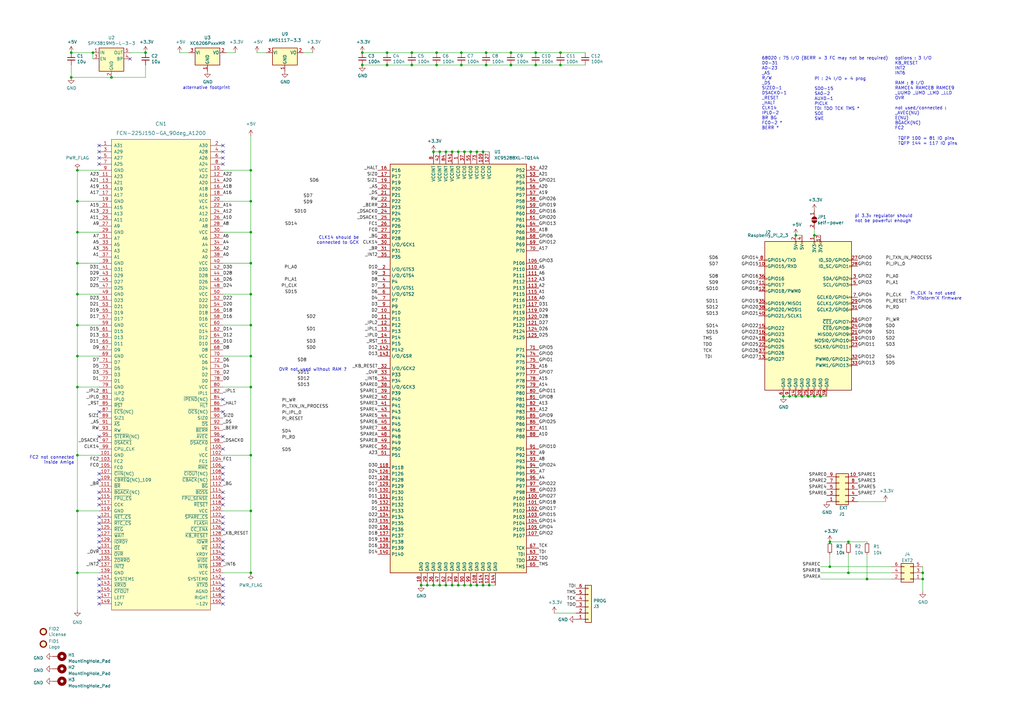
<source format=kicad_sch>
(kicad_sch (version 20230121) (generator eeschema)
  (paper "A3")
  (title_block (title "PiStorm'X1K2") (date "2021-07-27") (rev "0.1") (company "FLACO") (comment 1 "Pistorm adapter board with Xilinx CPLD") (comment 2 "Amiga 1200 version"))
  (junction (at 198.12 62.23))
  (junction (at 199.39 21.59))
  (junction (at 177.8 240.03))
  (junction (at 229.87 26.67))
  (junction (at 347.98 222.25))
  (junction (at 187.96 240.03))
  (junction (at 209.55 26.67))
  (junction (at 31.75 82.55))
  (junction (at 323.85 162.56))
  (junction (at 102.87 158.75))
  (junction (at 158.75 26.67))
  (junction (at 102.87 82.55))
  (junction (at 175.26 240.03))
  (junction (at 185.42 62.23))
  (junction (at 102.87 107.95))
  (junction (at 190.5 240.03))
  (junction (at 179.07 26.67))
  (junction (at 182.88 240.03))
  (junction (at 195.58 240.03))
  (junction (at 378.46 237.49))
  (junction (at 193.04 240.03))
  (junction (at 148.59 26.67))
  (junction (at 179.07 21.59))
  (junction (at 102.87 120.65))
  (junction (at 59.69 21.59))
  (junction (at 347.98 234.95))
  (junction (at 219.71 21.59))
  (junction (at 31.75 120.65))
  (junction (at 209.55 21.59))
  (junction (at 340.36 222.25))
  (junction (at 180.34 62.23))
  (junction (at 199.39 26.67))
  (junction (at 321.31 162.56))
  (junction (at 31.75 95.25))
  (junction (at 328.93 162.56))
  (junction (at 331.47 162.56))
  (junction (at 340.36 232.41))
  (junction (at 38.1 21.59))
  (junction (at 31.75 146.05))
  (junction (at 336.55 162.56))
  (junction (at 355.6 237.49))
  (junction (at 334.01 96.52))
  (junction (at 200.66 240.03))
  (junction (at 31.75 133.35))
  (junction (at 45.72 31.75))
  (junction (at 229.87 21.59))
  (junction (at 219.71 26.67))
  (junction (at 187.96 62.23))
  (junction (at 102.87 95.25))
  (junction (at 334.01 162.56))
  (junction (at 177.8 62.23))
  (junction (at 180.34 240.03))
  (junction (at 29.21 21.59))
  (junction (at 102.87 186.69))
  (junction (at 31.75 186.69))
  (junction (at 31.75 69.85))
  (junction (at 195.58 62.23))
  (junction (at 182.88 62.23))
  (junction (at 31.75 209.55))
  (junction (at 31.75 107.95))
  (junction (at 102.87 69.85))
  (junction (at 168.91 26.67))
  (junction (at 31.75 158.75))
  (junction (at 31.75 234.95))
  (junction (at 326.39 96.52))
  (junction (at 102.87 146.05))
  (junction (at 189.23 21.59))
  (junction (at 189.23 26.67))
  (junction (at 102.87 209.55))
  (junction (at 29.21 31.75))
  (junction (at 148.59 21.59))
  (junction (at 185.42 240.03))
  (junction (at 102.87 133.35))
  (junction (at 198.12 240.03))
  (junction (at 158.75 21.59))
  (junction (at 102.87 234.95))
  (junction (at 172.72 240.03))
  (junction (at 193.04 62.23))
  (junction (at 168.91 21.59))
  (junction (at 326.39 162.56))
  (junction (at 378.46 234.95))
  (junction (at 190.5 62.23))
  (no_connect (at 91.44 204.47))
  (no_connect (at 91.44 201.93))
  (no_connect (at 91.44 245.11))
  (no_connect (at 91.44 242.57))
  (no_connect (at 91.44 194.31))
  (no_connect (at 40.64 242.57))
  (no_connect (at 91.44 229.87))
  (no_connect (at 40.64 214.63))
  (no_connect (at 91.44 224.79))
  (no_connect (at 91.44 207.01))
  (no_connect (at 40.64 245.11))
  (no_connect (at 40.64 67.31))
  (no_connect (at 40.64 64.77))
  (no_connect (at 40.64 62.23))
  (no_connect (at 40.64 59.69))
  (no_connect (at 91.44 59.69))
  (no_connect (at 91.44 62.23))
  (no_connect (at 91.44 64.77))
  (no_connect (at 91.44 240.03))
  (no_connect (at 40.64 201.93))
  (no_connect (at 40.64 217.17))
  (no_connect (at 91.44 217.17))
  (no_connect (at 40.64 224.79))
  (no_connect (at 91.44 168.91))
  (no_connect (at 91.44 67.31))
  (no_connect (at 91.44 212.09))
  (no_connect (at 91.44 179.07))
  (no_connect (at 40.64 240.03))
  (no_connect (at 91.44 214.63))
  (no_connect (at 91.44 247.65))
  (no_connect (at 40.64 219.71))
  (no_connect (at 40.64 222.25))
  (no_connect (at 91.44 184.15))
  (no_connect (at 91.44 237.49))
  (no_connect (at 40.64 207.01))
  (no_connect (at 91.44 163.83))
  (no_connect (at 40.64 179.07))
  (no_connect (at 40.64 204.47))
  (no_connect (at 40.64 229.87))
  (no_connect (at 40.64 212.09))
  (no_connect (at 91.44 222.25))
  (no_connect (at 40.64 247.65))
  (no_connect (at 91.44 191.77))
  (no_connect (at 91.44 227.33))
  (no_connect (at 40.64 196.85))
  (no_connect (at 53.34 24.13))
  (no_connect (at 40.64 168.91))
  (no_connect (at 91.44 196.85))
  (no_connect (at 40.64 237.49))
  (no_connect (at 40.64 194.31))
  (wire (pts (xy 59.69 26.67) (xy 59.69 31.75)))
  (wire (pts (xy 227.33 251.46) (xy 236.22 251.46)))
  (wire (pts (xy 102.87 120.65) (xy 102.87 107.95)))
  (wire (pts (xy 240.03 21.59) (xy 229.87 21.59)))
  (wire (pts (xy 102.87 69.85) (xy 102.87 55.88)))
  (wire (pts (xy 219.71 21.59) (xy 209.55 21.59)))
  (wire (pts (xy 31.75 234.95) (xy 40.64 234.95)))
  (wire (pts (xy 38.1 24.13) (xy 38.1 21.59)))
  (wire (pts (xy 158.75 21.59) (xy 148.59 21.59)))
  (wire (pts (xy 31.75 186.69) (xy 40.64 186.69)))
  (wire (pts (xy 200.66 240.03) (xy 203.2 240.03)))
  (wire (pts (xy 31.75 82.55) (xy 31.75 95.25)))
  (wire (pts (xy 31.75 95.25) (xy 40.64 95.25)))
  (wire (pts (xy 347.98 234.95) (xy 347.98 227.33)))
  (wire (pts (xy 334.01 162.56) (xy 331.47 162.56)))
  (wire (pts (xy 185.42 240.03) (xy 182.88 240.03)))
  (wire (pts (xy 102.87 234.95) (xy 102.87 209.55)))
  (wire (pts (xy 229.87 26.67) (xy 219.71 26.67)))
  (wire (pts (xy 336.55 162.56) (xy 334.01 162.56)))
  (wire (pts (xy 199.39 21.59) (xy 189.23 21.59)))
  (wire (pts (xy 29.21 31.75) (xy 29.21 26.67)))
  (wire (pts (xy 91.44 209.55) (xy 102.87 209.55)))
  (wire (pts (xy 340.36 222.25) (xy 347.98 222.25)))
  (wire (pts (xy 378.46 234.95) (xy 378.46 237.49)))
  (wire (pts (xy 31.75 82.55) (xy 40.64 82.55)))
  (wire (pts (xy 340.36 227.33) (xy 340.36 232.41)))
  (wire (pts (xy 336.55 232.41) (xy 340.36 232.41)))
  (wire (pts (xy 31.75 120.65) (xy 31.75 133.35)))
  (wire (pts (xy 31.75 158.75) (xy 40.64 158.75)))
  (wire (pts (xy 91.44 69.85) (xy 102.87 69.85)))
  (wire (pts (xy 38.1 21.59) (xy 29.21 21.59)))
  (wire (pts (xy 240.03 26.67) (xy 229.87 26.67)))
  (wire (pts (xy 102.87 95.25) (xy 102.87 82.55)))
  (wire (pts (xy 180.34 240.03) (xy 177.8 240.03)))
  (wire (pts (xy 31.75 186.69) (xy 31.75 209.55)))
  (wire (pts (xy 31.75 146.05) (xy 31.75 158.75)))
  (wire (pts (xy 91.44 82.55) (xy 102.87 82.55)))
  (wire (pts (xy 193.04 62.23) (xy 195.58 62.23)))
  (wire (pts (xy 91.44 234.95) (xy 102.87 234.95)))
  (wire (pts (xy 190.5 240.03) (xy 187.96 240.03)))
  (wire (pts (xy 91.44 95.25) (xy 102.87 95.25)))
  (wire (pts (xy 339.09 162.56) (xy 336.55 162.56)))
  (wire (pts (xy 31.75 209.55) (xy 31.75 234.95)))
  (wire (pts (xy 365.76 234.95) (xy 347.98 234.95)))
  (wire (pts (xy 59.69 31.75) (xy 45.72 31.75)))
  (wire (pts (xy 351.79 205.74) (xy 363.22 205.74)))
  (wire (pts (xy 182.88 62.23) (xy 180.34 62.23)))
  (wire (pts (xy 326.39 162.56) (xy 323.85 162.56)))
  (wire (pts (xy 195.58 62.23) (xy 198.12 62.23)))
  (wire (pts (xy 378.46 232.41) (xy 378.46 234.95)))
  (wire (pts (xy 53.34 21.59) (xy 59.69 21.59)))
  (wire (pts (xy 198.12 62.23) (xy 200.66 62.23)))
  (wire (pts (xy 378.46 237.49) (xy 378.46 242.57)))
  (wire (pts (xy 336.55 96.52) (xy 334.01 96.52)))
  (wire (pts (xy 187.96 62.23) (xy 185.42 62.23)))
  (wire (pts (xy 102.87 133.35) (xy 102.87 120.65)))
  (wire (pts (xy 219.71 26.67) (xy 209.55 26.67)))
  (wire (pts (xy 91.44 146.05) (xy 102.87 146.05)))
  (wire (pts (xy 229.87 21.59) (xy 219.71 21.59)))
  (wire (pts (xy 91.44 133.35) (xy 102.87 133.35)))
  (wire (pts (xy 179.07 26.67) (xy 168.91 26.67)))
  (wire (pts (xy 31.75 209.55) (xy 40.64 209.55)))
  (wire (pts (xy 209.55 26.67) (xy 199.39 26.67)))
  (wire (pts (xy 31.75 107.95) (xy 40.64 107.95)))
  (wire (pts (xy 91.44 120.65) (xy 102.87 120.65)))
  (wire (pts (xy 190.5 240.03) (xy 193.04 240.03)))
  (wire (pts (xy 40.64 69.85) (xy 31.75 69.85)))
  (wire (pts (xy 31.75 133.35) (xy 40.64 133.35)))
  (wire (pts (xy 31.75 69.85) (xy 31.75 82.55)))
  (wire (pts (xy 102.87 209.55) (xy 102.87 186.69)))
  (wire (pts (xy 91.44 186.69) (xy 102.87 186.69)))
  (wire (pts (xy 193.04 62.23) (xy 190.5 62.23)))
  (wire (pts (xy 189.23 26.67) (xy 179.07 26.67)))
  (wire (pts (xy 340.36 232.41) (xy 365.76 232.41)))
  (wire (pts (xy 102.87 82.55) (xy 102.87 69.85)))
  (wire (pts (xy 168.91 26.67) (xy 158.75 26.67)))
  (wire (pts (xy 45.72 31.75) (xy 29.21 31.75)))
  (wire (pts (xy 31.75 107.95) (xy 31.75 120.65)))
  (wire (pts (xy 199.39 26.67) (xy 189.23 26.67)))
  (wire (pts (xy 180.34 62.23) (xy 177.8 62.23)))
  (wire (pts (xy 336.55 237.49) (xy 355.6 237.49)))
  (wire (pts (xy 102.87 186.69) (xy 102.87 158.75)))
  (wire (pts (xy 92.71 21.59) (xy 96.52 21.59)))
  (wire (pts (xy 124.46 21.59) (xy 128.27 21.59)))
  (wire (pts (xy 31.75 234.95) (xy 31.75 250.19)))
  (wire (pts (xy 331.47 162.56) (xy 328.93 162.56)))
  (wire (pts (xy 187.96 240.03) (xy 185.42 240.03)))
  (wire (pts (xy 182.88 240.03) (xy 180.34 240.03)))
  (wire (pts (xy 91.44 107.95) (xy 102.87 107.95)))
  (wire (pts (xy 185.42 62.23) (xy 182.88 62.23)))
  (wire (pts (xy 102.87 107.95) (xy 102.87 95.25)))
  (wire (pts (xy 91.44 158.75) (xy 102.87 158.75)))
  (wire (pts (xy 102.87 146.05) (xy 102.87 133.35)))
  (wire (pts (xy 102.87 158.75) (xy 102.87 146.05)))
  (wire (pts (xy 177.8 240.03) (xy 175.26 240.03)))
  (wire (pts (xy 31.75 146.05) (xy 40.64 146.05)))
  (wire (pts (xy 347.98 222.25) (xy 355.6 222.25)))
  (wire (pts (xy 189.23 21.59) (xy 179.07 21.59)))
  (wire (pts (xy 334.01 96.52) (xy 334.01 93.98)))
  (wire (pts (xy 179.07 21.59) (xy 168.91 21.59)))
  (wire (pts (xy 198.12 240.03) (xy 200.66 240.03)))
  (wire (pts (xy 323.85 162.56) (xy 321.31 162.56)))
  (wire (pts (xy 73.66 21.59) (xy 77.47 21.59)))
  (wire (pts (xy 190.5 62.23) (xy 187.96 62.23)))
  (wire (pts (xy 31.75 133.35) (xy 31.75 146.05)))
  (wire (pts (xy 328.93 96.52) (xy 326.39 96.52)))
  (wire (pts (xy 158.75 26.67) (xy 148.59 26.67)))
  (wire (pts (xy 31.75 158.75) (xy 31.75 186.69)))
  (wire (pts (xy 209.55 21.59) (xy 199.39 21.59)))
  (wire (pts (xy 105.41 21.59) (xy 109.22 21.59)))
  (wire (pts (xy 31.75 95.25) (xy 31.75 107.95)))
  (wire (pts (xy 195.58 240.03) (xy 198.12 240.03)))
  (wire (pts (xy 168.91 21.59) (xy 158.75 21.59)))
  (wire (pts (xy 355.6 237.49) (xy 355.6 227.33)))
  (wire (pts (xy 193.04 240.03) (xy 195.58 240.03)))
  (wire (pts (xy 31.75 120.65) (xy 40.64 120.65)))
  (wire (pts (xy 336.55 234.95) (xy 347.98 234.95)))
  (wire (pts (xy 365.76 237.49) (xy 355.6 237.49)))
  (wire (pts (xy 175.26 240.03) (xy 172.72 240.03)))
  (wire (pts (xy 328.93 162.56) (xy 326.39 162.56)))
  (text "CLK14 should be\nconnected to GCK" (at 147.32 100.33 0) (effects (font (size 1.27 1.27)) (justify right bottom)))
  (text "Pi : 24 I/O + 4 prog\n\nSD0-15\nSA0-2\nAUX0-1\nPICLK\nTDI TDO TCK TMS *\nSOE\nSWE" (at 334.01 49.53 0) (effects (font (size 1.27 1.27)) (justify left bottom)))
  (text "OVR not used without RAM ?" (at 142.24 152.4 0) (effects (font (size 1.27 1.27)) (justify right bottom)))
  (text "FC2 not connected\ninside Amiga" (at 30.48 190.5 0) (effects (font (size 1.27 1.27)) (justify right bottom)))
  (text "alternative footprint" (at 74.93 36.83 0) (effects (font (size 1.27 1.27)) (justify left bottom)))
  (text "pi 3.3v regulator should\nnot be powerful enough" (at 350.52 91.44 0) (effects (font (size 1.27 1.27)) (justify left bottom)))
  (text "TQFP 100 = 81 IO pins\nTQFP 144 = 117 IO pins" (at 368.3 59.69 0) (effects (font (size 1.27 1.27)) (justify left bottom)))
  (text "68020 : 75 I/O (BERR + 3 FC may not be required)\nD0-31\nA0-23\n_AS\nR/W\n_DS\nSIZE0-1\nDSACK0-1\n_RESET\n_HALT\nCLK14\nIPL0-2\nBR BG\nFC0-2 *\nBERR *\n" (at 312.42 53.34 0) (effects (font (size 1.27 1.27)) (justify left bottom)))
  (text "options : 3 I/O\nKB_RESET\nINT2\nINT6\n\nRAM : 8 I/O\nRAMCE4 RAMCE8 RAMCE9\n_UUMD _UMD _LMD _LLD\nOVR\n\nnot used/connected :\n_AVEC(NU)\nE(NU)\nBGACK(NC)\nFC2" (at 367.03 53.34 0) (effects (font (size 1.27 1.27)) (justify left bottom)))
  (text "PI_CLK is not used\nin Pistorm'X firmware" (at 373.38 123.19 0) (effects (font (size 1.27 1.27)) (justify left bottom)))
  (label "GPIO1" (at 351.79 109.22 0))
  (label "GPIO3" (at 220.98 107.95 0))
  (label "D16" (at 154.94 224.79 180))
  (label "D22" (at 91.44 123.19 0))
  (label "PI_RESET" (at 115.57 172.72 0))
  (label "D15" (at 154.94 201.93 180))
  (label "D25" (at 40.64 118.11 180))
  (label "SIZ1" (at 154.94 74.93 180))
  (label "GPIO0" (at 220.98 146.05 0))
  (label "_INT6" (at 91.44 232.41 0))
  (label "A18" (at 220.98 95.25 0))
  (label "RW" (at 154.94 82.55 180))
  (label "_BG" (at 154.94 97.79 180))
  (label "PI_CLK" (at 363.22 121.92 0))
  (label "_OVR" (at 154.94 153.67 180))
  (label "SD7" (at 128.27 81.28 180))
  (label "GPIO2" (at 220.98 219.71 0))
  (label "GPIO21" (at 220.98 74.93 0))
  (label "SIZ0" (at 154.94 72.39 180))
  (label "D11" (at 40.64 140.97 180))
  (label "GPIO1" (at 220.98 148.59 0))
  (label "_IPL0" (at 40.64 163.83 180))
  (label "D7" (at 154.94 118.11 180))
  (label "GPIO11" (at 220.98 161.29 0))
  (label "GPIO26" (at 311.15 144.78 180))
  (label "GPIO16" (at 311.15 114.3 180))
  (label "D12" (at 154.94 143.51 180))
  (label "SPARE4" (at 339.09 200.66 180))
  (label "D24" (at 91.44 118.11 0))
  (label "SPARE3" (at 154.94 166.37 180))
  (label "GPIO14" (at 311.15 106.68 180))
  (label "_HALT" (at 91.44 166.37 0))
  (label "_OVR" (at 40.64 227.33 180))
  (label "GPIO9" (at 220.98 171.45 0))
  (label "GPIO15" (at 220.98 212.09 0))
  (label "SPAREC" (at 336.55 232.41 180))
  (label "A13" (at 220.98 166.37 0))
  (label "D20" (at 154.94 217.17 180))
  (label "A18" (at 91.44 77.47 0))
  (label "GPIO24" (at 220.98 191.77 0))
  (label "_RST" (at 154.94 140.97 180))
  (label "SD4" (at 363.22 147.32 0))
  (label "PI_A1" (at 363.22 116.84 0))
  (label "RW" (at 40.64 176.53 180))
  (label "A2" (at 91.44 102.87 0))
  (label "A11" (at 40.64 90.17 180))
  (label "GPIO25" (at 220.98 173.99 0))
  (label "A5" (at 40.64 100.33 180))
  (label "GPIO12" (at 220.98 100.33 0))
  (label "D8" (at 154.94 115.57 180))
  (label "A20" (at 220.98 77.47 0))
  (label "SD13" (at 294.64 129.54 180))
  (label "A16" (at 91.44 80.01 0))
  (label "SIZ1" (at 40.64 171.45 180))
  (label "SD6" (at 294.64 106.68 180))
  (label "A9" (at 220.98 186.69 0))
  (label "CLK14" (at 40.64 184.15 180))
  (label "A20" (at 91.44 74.93 0))
  (label "GPIO7" (at 351.79 132.08 0))
  (label "A6" (at 220.98 113.03 0))
  (label "PI_TXN_IN_PROCESS" (at 363.22 106.68 0))
  (label "PI_RD" (at 115.57 180.34 0))
  (label "SD9" (at 294.64 116.84 180))
  (label "PI_A0" (at 363.22 114.3 0))
  (label "A10" (at 91.44 90.17 0))
  (label "_INT2" (at 154.94 105.41 180))
  (label "GPIO14" (at 220.98 214.63 0))
  (label "D10" (at 91.44 140.97 0))
  (label "D23" (at 40.64 123.19 180))
  (label "TDO" (at 292.1 142.24 180))
  (label "D19" (at 40.64 128.27 180))
  (label "_IPL1" (at 91.44 161.29 0))
  (label "GPIO12" (at 351.79 147.32 0))
  (label "D13" (at 154.94 146.05 180))
  (label "SD0" (at 363.22 134.62 0))
  (label "D3" (at 154.94 125.73 180))
  (label "A3" (at 220.98 115.57 0))
  (label "GPIO23" (at 311.15 137.16 180))
  (label "CLK14" (at 154.94 100.33 180))
  (label "A2" (at 220.98 118.11 0))
  (label "SPARE5" (at 351.79 200.66 0))
  (label "D5" (at 154.94 207.01 180))
  (label "A6" (at 91.44 97.79 0))
  (label "SD9" (at 128.27 83.82 180))
  (label "A1" (at 40.64 105.41 180))
  (label "A7" (at 40.64 97.79 180))
  (label "D16" (at 91.44 130.81 0))
  (label "GPIO18" (at 311.15 119.38 180))
  (label "TCK" (at 236.22 246.38 180))
  (label "GPIO16" (at 220.98 87.63 0))
  (label "GPIO17" (at 311.15 116.84 180))
  (label "GPIO26" (at 220.98 82.55 0))
  (label "SPARE1" (at 351.79 195.58 0))
  (label "GPIO18" (at 220.98 207.01 0))
  (label "FC2" (at 40.64 189.23 180))
  (label "SPAREB" (at 336.55 234.95 180))
  (label "D26" (at 91.44 115.57 0))
  (label "FC1" (at 91.44 189.23 0))
  (label "A17" (at 40.64 80.01 180))
  (label "A9" (at 40.64 92.71 180))
  (label "SPARE6" (at 154.94 173.99 180))
  (label "D29" (at 220.98 128.27 0))
  (label "D0" (at 91.44 156.21 0))
  (label "D6" (at 91.44 148.59 0))
  (label "D20" (at 91.44 125.73 0))
  (label "SPARE2" (at 154.94 163.83 180))
  (label "GPIO23" (at 220.98 201.93 0))
  (label "_DSACK1" (at 154.94 90.17 180))
  (label "SD15" (at 294.64 137.16 180))
  (label "D10" (at 154.94 110.49 180))
  (label "TMS" (at 292.1 139.7 180))
  (label "_INT6" (at 154.94 156.21 180))
  (label "D15" (at 40.64 135.89 180))
  (label "TDI" (at 220.98 227.33 0))
  (label "D28" (at 220.98 130.81 0))
  (label "D4" (at 154.94 123.19 180))
  (label "D21" (at 154.94 196.85 180))
  (label "GPIO6" (at 351.79 127 0))
  (label "_DSACK0" (at 91.44 181.61 0))
  (label "D2" (at 154.94 128.27 180))
  (label "_AS" (at 40.64 173.99 180))
  (label "PI_IPL_0" (at 115.57 170.18 0))
  (label "SD3" (at 363.22 142.24 0))
  (label "PI_RD" (at 363.22 127 0))
  (label "SPAREA" (at 336.55 237.49 180))
  (label "D4" (at 91.44 151.13 0))
  (label "A4" (at 220.98 196.85 0))
  (label "SIZ0" (at 91.44 171.45 0))
  (label "A10" (at 220.98 179.07 0))
  (label "D14" (at 154.94 227.33 180))
  (label "D25" (at 220.98 138.43 0))
  (label "_RST" (at 40.64 166.37 180))
  (label "PI_IPL_0" (at 363.22 109.22 0))
  (label "A16" (at 220.98 151.13 0))
  (label "A3" (at 40.64 102.87 180))
  (label "PI_CLK" (at 121.92 118.11 180))
  (label "SPARE0" (at 339.09 195.58 180))
  (label "PI_A0" (at 121.92 110.49 180))
  (label "D31" (at 40.64 110.49 180))
  (label "A22" (at 220.98 69.85 0))
  (label "GPIO6" (at 220.98 97.79 0))
  (label "SD2" (at 363.22 139.7 0))
  (label "D30" (at 91.44 110.49 0))
  (label "SPARE5" (at 154.94 171.45 180))
  (label "TDO" (at 220.98 229.87 0))
  (label "D21" (at 40.64 125.73 180))
  (label "SD11" (at 294.64 124.46 180))
  (label "GPIO17" (at 220.98 209.55 0))
  (label "_BG" (at 91.44 199.39 0))
  (label "_DSACK1" (at 40.64 181.61 180))
  (label "A19" (at 220.98 80.01 0))
  (label "SPARE0" (at 154.94 158.75 180))
  (label "SD8" (at 294.64 114.3 180))
  (label "D17" (at 40.64 130.81 180))
  (label "_BERR" (at 91.44 176.53 0))
  (label "SPARE1" (at 154.94 161.29 180))
  (label "SD14" (at 121.92 92.71 180))
  (label "GPIO27" (at 220.98 204.47 0))
  (label "D1" (at 40.64 156.21 180))
  (label "SPARE7" (at 351.79 203.2 0))
  (label "SPARE6" (at 339.09 203.2 180))
  (label "SD14" (at 294.64 134.62 180))
  (label "D17" (at 154.94 199.39 180))
  (label "SPAREC" (at 154.94 184.15 180))
  (label "SD5" (at 363.22 149.86 0))
  (label "GPIO3" (at 351.79 116.84 0))
  (label "PI_A1" (at 121.92 115.57 180))
  (label "GPIO10" (at 351.79 139.7 0))
  (label "TDI" (at 236.22 241.3 180))
  (label "A12" (at 220.98 168.91 0))
  (label "GPIO13" (at 220.98 92.71 0))
  (label "SPARE3" (at 351.79 198.12 0))
  (label "A15" (at 220.98 156.21 0))
  (label "PI_WR" (at 115.57 165.1 0))
  (label "D2" (at 91.44 153.67 0))
  (label "A23" (at 40.64 72.39 180))
  (label "PI_TXN_IN_PROCESS" (at 115.57 167.64 0))
  (label "TDI" (at 292.1 147.32 180))
  (label "SD10" (at 294.64 119.38 180))
  (label "D13" (at 40.64 138.43 180))
  (label "D9" (at 154.94 113.03 180))
  (label "A15" (at 40.64 85.09 180))
  (label "A11" (at 220.98 176.53 0))
  (label "_KB_RESET" (at 154.94 151.13 180))
  (label "GPIO4" (at 220.98 217.17 0))
  (label "D18" (at 154.94 219.71 180))
  (label "A1" (at 220.98 120.65 0))
  (label "GPIO2" (at 351.79 114.3 0))
  (label "A14" (at 220.98 158.75 0))
  (label "GPIO19" (at 311.15 124.46 180))
  (label "GPIO10" (at 220.98 184.15 0))
  (label "A17" (at 220.98 102.87 0))
  (label "GPIO7" (at 220.98 153.67 0))
  (label "TCK" (at 292.1 144.78 180))
  (label "SD2" (at 129.54 130.81 180))
  (label "SD13" (at 121.92 158.75 0))
  (label "SD1" (at 129.54 135.89 180))
  (label "_INT2" (at 40.64 232.41 180))
  (label "_IPL1" (at 154.94 135.89 180))
  (label "A0" (at 91.44 105.41 0))
  (label "A21" (at 220.98 72.39 0))
  (label "SD4" (at 115.57 177.8 0))
  (label "SD10" (at 125.73 87.63 180))
  (label "D5" (at 40.64 151.13 180))
  (label "_KB_RESET" (at 91.44 219.71 0))
  (label "_DS" (at 154.94 80.01 180))
  (label "GPIO15" (at 311.15 109.22 180))
  (label "FC0" (at 154.94 95.25 180))
  (label "GPIO24" (at 311.15 139.7 180))
  (label "_IPL2" (at 154.94 133.35 180))
  (label "_DS" (at 91.44 173.99 0))
  (label "FC1" (at 154.94 92.71 180))
  (label "GPIO25" (at 311.15 142.24 180))
  (label "GPIO20" (at 220.98 90.17 0))
  (label "D19" (at 154.94 222.25 180))
  (label "SPAREA" (at 154.94 179.07 180))
  (label "PI_WR" (at 363.22 132.08 0))
  (label "_IPL2" (at 40.64 161.29 180))
  (label "GPIO4" (at 351.79 121.92 0))
  (label "GPIO13" (at 351.79 149.86 0))
  (label "SD7" (at 294.64 109.22 180))
  (label "A8" (at 91.44 92.71 0))
  (label "SD15" (at 121.92 120.65 180))
  (label "_HALT" (at 154.94 69.85 180))
  (label "A4" (at 91.44 100.33 0))
  (label "D22" (at 154.94 212.09 180))
  (label "GPIO19" (at 220.98 85.09 0))
  (label "SPARE7" (at 154.94 176.53 180))
  (label "D27" (at 40.64 115.57 180))
  (label "GPIO5" (at 351.79 124.46 0))
  (label "D31" (at 220.98 125.73 0))
  (label "FC0" (at 40.64 191.77 180))
  (label "GPIO11" (at 351.79 142.24 0))
  (label "D8" (at 91.44 143.51 0))
  (label "_BR" (at 40.64 199.39 180))
  (label "A5" (at 220.98 110.49 0))
  (label "SPAREB" (at 154.94 181.61 180))
  (label "GPIO8" (at 351.79 134.62 0))
  (label "A8" (at 220.98 189.23 0))
  (label "TCK" (at 220.98 224.79 0))
  (label "SD6" (at 130.81 74.93 180))
  (label "D1" (at 154.94 209.55 180))
  (label "_BERR" (at 154.94 85.09 180))
  (label "D27" (at 220.98 133.35 0))
  (label "GPIO0" (at 351.79 106.68 0))
  (label "D9" (at 40.64 143.51 180))
  (label "A14" (at 91.44 85.09 0))
  (label "D3" (at 40.64 153.67 180))
  (label "D18" (at 91.44 128.27 0))
  (label "A12" (at 91.44 87.63 0))
  (label "GPIO20" (at 311.15 127 180))
  (label "D23" (at 154.94 214.63 180))
  (label "D29" (at 40.64 113.03 180))
  (label "D7" (at 40.64 148.59 180))
  (label "SPARE4" (at 154.94 168.91 180))
  (label "A23" (at 154.94 186.69 180))
  (label "SD12" (at 121.92 156.21 0))
  (label "D0" (at 154.94 130.81 180))
  (label "GPIO5" (at 220.98 143.51 0))
  (label "A0" (at 220.98 123.19 0))
  (label "PI_RESET" (at 363.22 124.46 0))
  (label "A19" (at 40.64 77.47 180))
  (label "SD5" (at 115.57 185.42 0))
  (label "_BR" (at 154.94 102.87 180))
  (label "TMS" (at 236.22 243.84 180))
  (label "TDO" (at 236.22 248.92 180))
  (label "GPIO27" (at 311.15 147.32 180))
  (label "TMS" (at 220.98 232.41 0))
  (label "GPIO22" (at 220.98 199.39 0))
  (label "_IPL0" (at 154.94 138.43 180))
  (label "D12" (at 91.44 138.43 0))
  (label "SD12" (at 294.64 127 180))
  (label "SD8" (at 121.92 148.59 0))
  (label "D11" (at 154.94 204.47 180))
  (label "GPIO22" (at 311.15 134.62 180))
  (label "D30" (at 154.94 191.77 180))
  (label "GPIO9" (at 351.79 137.16 0))
  (label "A22" (at 91.44 72.39 0))
  (label "GPIO21" (at 311.15 129.54 180))
  (label "SD3" (at 129.54 140.97 180))
  (label "_AS" (at 154.94 77.47 180))
  (label "_DSACK0" (at 154.94 87.63 180))
  (label "A7" (at 220.98 194.31 0))
  (label "SD0" (at 129.54 143.51 180))
  (label "SD1" (at 363.22 137.16 0))
  (label "GPIO8" (at 220.98 163.83 0))
  (label "A13" (at 40.64 87.63 180))
  (label "SD11" (at 121.92 153.67 0))
  (label "D14" (at 91.44 135.89 0))
  (label "D26" (at 220.98 135.89 0))
  (label "D6" (at 154.94 120.65 180))
  (label "D24" (at 154.94 194.31 180))
  (label "D28" (at 91.44 113.03 0))
  (label "A21" (at 40.64 74.93 180))
  (label "SPARE2" (at 339.09 198.12 180))
  (symbol (lib_id "Regulator_Linear:SPX3819M5-L-3-3") (at 45.72 24.13 0) (unit 1)
    (property "Reference" "U2" (at 45.72 15.4432 0))
    (property "Value" "SPX3819M5-L-3-3" (at 45.72 17.7546 0))
    (property "Footprint" "Package_TO_SOT_SMD:SOT-23-5" (effects hide))
    (property "Datasheet" "https://www.exar.com/content/document.ashx?id=22106&languageid=1033&type=Datasheet&partnumber=SPX3819&filename=SPX3819.pdf&part=SPX3819" (effects hide))
  )
  (symbol (lib_id "Regulator_Linear:XC6206PxxxMR") (at 85.09 21.59 0) (unit 1)
    (property "Reference" "U3" (at 85.09 15.4432 0))
    (property "Value" "XC6206PxxxMR" (at 85.09 17.7546 0))
    (property "Footprint" "Sassa:SOT-23" (effects hide))
    (property "Datasheet" "https://www.torexsemi.com/file/xc6206/XC6206.pdf" (effects hide))
  )
  (symbol (lib_id "Device:C_Small") (at 29.21 24.13 0) (unit 1)
    (property "Reference" "C1" (at 31.5468 22.9616 0) (effects (justify left)))
    (property "Value" "10u" (at 31.5468 25.273 0) (effects (justify left)))
    (property "Footprint" "Capacitor_SMD:C_0805_2012Metric" (effects hide))
  )
  (symbol (lib_id "Device:C_Small") (at 59.69 24.13 0) (unit 1)
    (property "Reference" "C2" (at 62.0268 22.9616 0) (effects (justify left)))
    (property "Value" "10u" (at 62.0268 25.273 0) (effects (justify left)))
    (property "Footprint" "Capacitor_SMD:C_0805_2012Metric" (effects hide))
  )
  (symbol (lib_id "power:+5V") (at 29.21 21.59 0) (unit 1)
    (property "Reference" "#PWR0101" (effects hide))
    (property "Value" "+5V" (at 29.591 17.1958 0))
  )
  (symbol (lib_id "power:+3.3V") (at 59.69 21.59 0) (unit 1)
    (property "Reference" "#PWR0102" (effects hide))
    (property "Value" "+3.3V" (at 60.071 17.1958 0))
  )
  (symbol (lib_id "power:GND") (at 29.21 31.75 0) (unit 1)
    (property "Reference" "#PWR0103" (effects hide))
    (property "Value" "GND" (at 29.337 36.1442 0))
  )
  (symbol (lib_id "power:+3.3V") (at 96.52 21.59 0) (unit 1)
    (property "Reference" "#PWR0104" (effects hide))
    (property "Value" "+3.3V" (at 96.901 17.1958 0))
  )
  (symbol (lib_id "power:+5V") (at 73.66 21.59 0) (unit 1)
    (property "Reference" "#PWR0105" (effects hide))
    (property "Value" "+5V" (at 74.041 17.1958 0))
  )
  (symbol (lib_id "power:GND") (at 85.09 29.21 0) (unit 1)
    (property "Reference" "#PWR0106" (effects hide))
    (property "Value" "GND" (at 85.217 33.6042 0))
  )
  (symbol (lib_id "power:+3.3V") (at 177.8 62.23 0) (unit 1)
    (property "Reference" "#PWR0107" (effects hide))
    (property "Value" "+3.3V" (at 178.181 57.8358 0))
  )
  (symbol (lib_id "power:GND") (at 172.72 240.03 0) (unit 1)
    (property "Reference" "#PWR0108" (effects hide))
    (property "Value" "GND" (at 172.847 244.4242 0))
  )
  (symbol (lib_id "Connector_Generic:Conn_01x06") (at 241.3 248.92 0) (mirror x) (unit 1)
    (property "Reference" "J3" (at 243.332 248.7168 0) (effects (justify left)))
    (property "Value" "PROG" (at 243.332 246.4054 0) (effects (justify left)))
    (property "Footprint" "Connector_PinHeader_2.54mm:PinHeader_1x06_P2.54mm_Vertical" (effects hide))
  )
  (symbol (lib_id "power:GND") (at 236.22 254 270) (unit 1)
    (property "Reference" "#PWR0112" (effects hide))
    (property "Value" "GND" (at 232.9688 254.127 90) (effects (justify right)))
  )
  (symbol (lib_id "power:+3.3V") (at 227.33 251.46 0) (unit 1)
    (property "Reference" "#PWR0113" (effects hide))
    (property "Value" "+3.3V" (at 227.711 247.0658 0))
  )
  (symbol (lib_id "Connector:Raspberry_Pi_2_3") (at 331.47 129.54 0) (unit 1)
    (property "Reference" "J2" (at 314.96 95.25 0))
    (property "Value" "Raspberry_Pi_2_3" (at 314.96 96.52 0))
    (property "Footprint" "Sassa:PinSocket_2x20_P2.54mm_Vertical_SMD_BottomEntry" (effects hide))
    (property "Datasheet" "https://www.raspberrypi.org/documentation/hardware/raspberrypi/schematics/rpi_SCH_3bplus_1p0_reduced.pdf" (effects hide))
  )
  (symbol (lib_id "power:+5V") (at 326.39 96.52 0) (unit 1)
    (property "Reference" "#PWR0114" (effects hide))
    (property "Value" "+5V" (at 326.771 92.1258 0))
  )
  (symbol (lib_id "power:GND") (at 321.31 162.56 0) (unit 1)
    (property "Reference" "#PWR0115" (effects hide))
    (property "Value" "GND" (at 321.437 166.9542 0))
  )
  (symbol (lib_id "power:+3.3V") (at 334.01 86.36 0) (unit 1)
    (property "Reference" "#PWR0116" (effects hide))
    (property "Value" "+3.3V" (at 334.391 81.9658 0))
  )
  (symbol (lib_id "Jumper:SolderJumper_2_Open") (at 334.01 90.17 270) (unit 1)
    (property "Reference" "JP1" (at 335.2292 89.0016 90) (effects (justify left)))
    (property "Value" "self-power" (at 335.2292 91.313 90) (effects (justify left)))
    (property "Footprint" "Jumper:SolderJumper-2_P1.3mm_Open_RoundedPad1.0x1.5mm" (effects hide))
  )
  (symbol (lib_id "Mechanical:Fiducial") (at 17.78 264.16 0) (unit 1)
    (property "Reference" "FID1" (at 19.939 262.9916 0) (effects (justify left)))
    (property "Value" "Logo" (at 19.939 265.303 0) (effects (justify left)))
    (property "Footprint" "Sassa:PIC_PistormX_43x10mm" (effects hide))
  )
  (symbol (lib_id "Device:C_Small") (at 148.59 24.13 0) (unit 1)
    (property "Reference" "C3" (at 150.9268 22.9616 0) (effects (justify left)))
    (property "Value" "100n" (at 150.9268 25.273 0) (effects (justify left)))
    (property "Footprint" "Capacitor_SMD:C_0603_1608Metric" (effects hide))
  )
  (symbol (lib_id "Device:C_Small") (at 158.75 24.13 0) (unit 1)
    (property "Reference" "C4" (at 161.0868 22.9616 0) (effects (justify left)))
    (property "Value" "100n" (at 161.0868 25.273 0) (effects (justify left)))
    (property "Footprint" "Capacitor_SMD:C_0603_1608Metric" (effects hide))
  )
  (symbol (lib_id "Device:C_Small") (at 168.91 24.13 0) (unit 1)
    (property "Reference" "C5" (at 171.2468 22.9616 0) (effects (justify left)))
    (property "Value" "100n" (at 171.2468 25.273 0) (effects (justify left)))
    (property "Footprint" "Capacitor_SMD:C_0603_1608Metric" (effects hide))
  )
  (symbol (lib_id "Device:C_Small") (at 179.07 24.13 0) (unit 1)
    (property "Reference" "C6" (at 181.4068 22.9616 0) (effects (justify left)))
    (property "Value" "100n" (at 181.4068 25.273 0) (effects (justify left)))
    (property "Footprint" "Capacitor_SMD:C_0603_1608Metric" (effects hide))
  )
  (symbol (lib_id "power:+3.3V") (at 148.59 21.59 0) (unit 1)
    (property "Reference" "#PWR01" (effects hide))
    (property "Value" "+3.3V" (at 148.971 17.1958 0))
  )
  (symbol (lib_id "power:GND") (at 148.59 26.67 0) (unit 1)
    (property "Reference" "#PWR02" (effects hide))
    (property "Value" "GND" (at 148.717 31.0642 0))
  )
  (symbol (lib_id "Device:C_Small") (at 189.23 24.13 0) (unit 1)
    (property "Reference" "C7" (at 191.5668 22.9616 0) (effects (justify left)))
    (property "Value" "100n" (at 191.5668 25.273 0) (effects (justify left)))
    (property "Footprint" "Capacitor_SMD:C_0603_1608Metric" (effects hide))
  )
  (symbol (lib_id "Device:C_Small") (at 199.39 24.13 0) (unit 1)
    (property "Reference" "C8" (at 201.7268 22.9616 0) (effects (justify left)))
    (property "Value" "100n" (at 201.7268 25.273 0) (effects (justify left)))
    (property "Footprint" "Capacitor_SMD:C_0603_1608Metric" (effects hide))
  )
  (symbol (lib_id "power:GND") (at 116.84 29.21 0) (unit 1)
    (property "Reference" "#PWR033" (effects hide))
    (property "Value" "GND" (at 116.967 33.6042 0))
  )
  (symbol (lib_id "Connector_Generic:Conn_02x03_Odd_Even") (at 373.38 234.95 180) (unit 1)
    (property "Reference" "J4" (at 372.11 227.33 0))
    (property "Value" "EXT2" (at 372.11 229.87 0))
    (property "Footprint" "Connector_PinHeader_2.54mm:PinHeader_2x03_P2.54mm_Vertical" (effects hide))
  )
  (symbol (lib_id "power:GND") (at 378.46 242.57 0) (unit 1)
    (property "Reference" "#PWR08" (effects hide))
    (property "Value" "GND" (at 378.587 246.9642 0))
  )
  (symbol (lib_id "Device:C_Small") (at 219.71 24.13 0) (unit 1)
    (property "Reference" "C10" (at 222.0468 22.9616 0) (effects (justify left)))
    (property "Value" "100n" (at 222.0468 25.273 0) (effects (justify left)))
    (property "Footprint" "Capacitor_SMD:C_0603_1608Metric" (effects hide))
  )
  (symbol (lib_id "power:PWR_FLAG") (at 31.75 69.85 0) (unit 1)
    (property "Reference" "#FLG01" (effects hide))
    (property "Value" "PWR_FLAG" (at 31.75 64.77 0))
  )
  (symbol (lib_id "Device:C_Small") (at 229.87 24.13 0) (unit 1)
    (property "Reference" "C11" (at 232.2068 22.9616 0) (effects (justify left)))
    (property "Value" "100n" (at 232.2068 25.273 0) (effects (justify left)))
    (property "Footprint" "Capacitor_SMD:C_0603_1608Metric" (effects hide))
  )
  (symbol (lib_id "Device:R_Small") (at 355.6 224.79 0) (unit 1)
    (property "Reference" "R1" (at 358.14 224.155 0) (effects (justify left)))
    (property "Value" "10k" (at 358.14 226.695 0) (effects (justify left)))
    (property "Footprint" "Resistor_SMD:R_0805_2012Metric" (effects hide))
  )
  (symbol (lib_id "Device:C_Small") (at 240.03 24.13 0) (unit 1)
    (property "Reference" "C12" (at 242.3668 22.9616 0) (effects (justify left)))
    (property "Value" "100n" (at 242.3668 25.273 0) (effects (justify left)))
    (property "Footprint" "Capacitor_SMD:C_0603_1608Metric" (effects hide))
  )
  (symbol (lib_id "Sassa:FCN-225J150-GA_90deg_A1200") (at 66.04 153.67 0) (unit 1)
    (property "Reference" "CN1" (at 66.04 50.8 0) (effects (font (size 1.4986 1.4986))))
    (property "Value" "FCN-225J150-GA_90deg_A1200" (at 66.04 54.61 0) (effects (font (size 1.4986 1.4986))))
    (property "Footprint" "Sassa:FCN-225J150-GA_90deg_A1200" (effects hide))
    (property "Datasheet" "https://www.fujitsu.com/downloads/MICRO/fcai/connectors/fcn224j.pdf" (effects hide))
  )
  (symbol (lib_id "Connector_Generic:Conn_02x05_Odd_Even") (at 344.17 200.66 0) (mirror x) (unit 1)
    (property "Reference" "J1" (at 344.17 210.82 0) (effects (justify left)))
    (property "Value" "EXT" (at 344.17 208.28 0) (effects (justify left)))
    (property "Footprint" "Connector_PinHeader_2.54mm:PinHeader_2x05_P2.54mm_Vertical" (effects hide))
  )
  (symbol (lib_id "power:GND") (at 21.59 279.4 270) (unit 1)
    (property "Reference" "#PWR07" (effects hide))
    (property "Value" "GND" (at 17.78 280.035 90) (effects (justify right)))
  )
  (symbol (lib_id "Mechanical:Fiducial") (at 17.78 259.08 0) (unit 1)
    (property "Reference" "FID2" (at 19.939 257.9116 0) (effects (justify left)))
    (property "Value" "License" (at 19.939 260.223 0) (effects (justify left)))
    (property "Footprint" "Sassa:CC_BY_NC_SA_square_silkscreen" (effects hide))
  )
  (symbol (lib_id "Device:C_Small") (at 209.55 24.13 0) (unit 1)
    (property "Reference" "C9" (at 211.8868 22.9616 0) (effects (justify left)))
    (property "Value" "100n" (at 211.8868 25.273 0) (effects (justify left)))
    (property "Footprint" "Capacitor_SMD:C_0603_1608Metric" (effects hide))
  )
  (symbol (lib_id "Mechanical:MountingHole_Pad") (at 24.13 279.4 270) (unit 1)
    (property "Reference" "H3" (at 27.94 278.765 90) (effects (justify left)))
    (property "Value" "MountingHole_Pad" (at 27.94 281.305 90) (effects (justify left)))
    (property "Footprint" "MountingHole:MountingHole_2.7mm_M2.5_DIN965_Pad" (effects hide))
  )
  (symbol (lib_id "Mechanical:MountingHole_Pad") (at 24.13 274.32 270) (unit 1)
    (property "Reference" "H2" (at 27.94 273.685 90) (effects (justify left)))
    (property "Value" "MountingHole_Pad" (at 27.94 276.225 90) (effects (justify left)))
    (property "Footprint" "MountingHole:MountingHole_2.7mm_M2.5_DIN965_Pad" (effects hide))
  )
  (symbol (lib_id "power:+3.3V") (at 340.36 222.25 0) (unit 1)
    (property "Reference" "#PWR09" (effects hide))
    (property "Value" "+3.3V" (at 340.741 217.8558 0))
  )
  (symbol (lib_id "Device:R_Small") (at 347.98 224.79 0) (unit 1)
    (property "Reference" "R2" (at 350.52 224.155 0) (effects (justify left)))
    (property "Value" "10k" (at 350.52 226.695 0) (effects (justify left)))
    (property "Footprint" "Resistor_SMD:R_0805_2012Metric" (effects hide))
  )
  (symbol (lib_id "power:+3.3V") (at 128.27 21.59 0) (unit 1)
    (property "Reference" "#PWR034" (effects hide))
    (property "Value" "+3.3V" (at 128.651 17.1958 0))
  )
  (symbol (lib_id "power:GND") (at 339.09 205.74 0) (unit 1)
    (property "Reference" "#PWR03" (effects hide))
    (property "Value" "GND" (at 339.217 210.1342 0))
  )
  (symbol (lib_id "power:GND") (at 21.59 274.32 270) (unit 1)
    (property "Reference" "#PWR06" (effects hide))
    (property "Value" "GND" (at 17.78 274.955 90) (effects (justify right)))
  )
  (symbol (lib_id "Device:R_Small") (at 340.36 224.79 0) (unit 1)
    (property "Reference" "R3" (at 342.9 224.155 0) (effects (justify left)))
    (property "Value" "10k" (at 342.9 226.695 0) (effects (justify left)))
    (property "Footprint" "Resistor_SMD:R_0805_2012Metric" (effects hide))
  )
  (symbol (lib_id "power:GND") (at 31.75 250.19 0) (unit 1)
    (property "Reference" "#PWR030" (effects hide))
    (property "Value" "GND" (at 31.75 255.27 0))
  )
  (symbol (lib_id "power:+5V") (at 105.41 21.59 0) (unit 1)
    (property "Reference" "#PWR032" (effects hide))
    (property "Value" "+5V" (at 105.791 17.1958 0))
  )
  (symbol (lib_id "power:+3.3V") (at 363.22 205.74 0) (unit 1)
    (property "Reference" "#PWR04" (effects hide))
    (property "Value" "+3.3V" (at 363.601 201.3458 0))
  )
  (symbol (lib_id "power:PWR_FLAG") (at 102.87 234.95 180) (unit 1)
    (property "Reference" "#FLG02" (effects hide))
    (property "Value" "PWR_FLAG" (at 102.87 240.03 0))
  )
  (symbol (lib_id "Mechanical:MountingHole_Pad") (at 24.13 269.24 270) (unit 1)
    (property "Reference" "H1" (at 27.94 268.605 90) (effects (justify left)))
    (property "Value" "MountingHole_Pad" (at 27.94 271.145 90) (effects (justify left)))
    (property "Footprint" "MountingHole:MountingHole_2.7mm_M2.5_DIN965_Pad" (effects hide))
  )
  (symbol (lib_id "power:GND") (at 21.59 269.24 270) (unit 1)
    (property "Reference" "#PWR05" (effects hide))
    (property "Value" "GND" (at 17.78 269.875 90) (effects (justify right)))
  )
  (symbol (lib_id "Regulator_Linear:AMS1117-3.3") (at 116.84 21.59 0) (unit 1)
    (property "Reference" "U9" (at 116.84 13.97 0))
    (property "Value" "AMS1117-3.3" (at 116.84 16.51 0))
    (property "Footprint" "Package_TO_SOT_SMD:SOT-223-3_TabPin2" (effects hide))
    (property "Datasheet" "http://www.advanced-monolithic.com/pdf/ds1117.pdf" (effects hide))
  )
  (symbol (lib_id "power:+5V") (at 102.87 55.88 0) (unit 1)
    (property "Reference" "#PWR031" (effects hide))
    (property "Value" "+5V" (at 102.87 50.8 0))
  )
  (symbol (lib_id "CPLD_Xilinx:XC95144XL-TQ144") (at 187.96 151.13 0) (unit 1)
    (property "Reference" "U1" (at 202.6794 62.23 0) (effects (justify left)))
    (property "Value" "XC95288XL-TQ144" (at 202.6794 64.77 0) (effects (justify left)))
    (property "Footprint" "Package_QFP:TQFP-144_20x20mm_P0.5mm" (effects hide))
    (property "Datasheet" "https://www.xilinx.com/support/documentation/data_sheets/ds056.pdf" (effects hide))
  )
)
</source>
